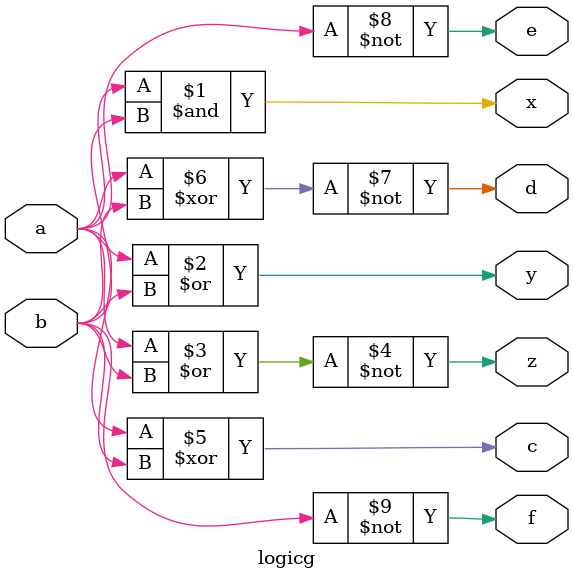
<source format=v>
module logicg (
  input a,b,
  output x,y,z,c,d,e,f
);
  and (x,a,b);
  or (y,a,b);
  nor (z,a,b);
  xor (c,a,b);
  xnor (d,a,b);
  not (e,a);
  not (f,b);

endmodule

</source>
